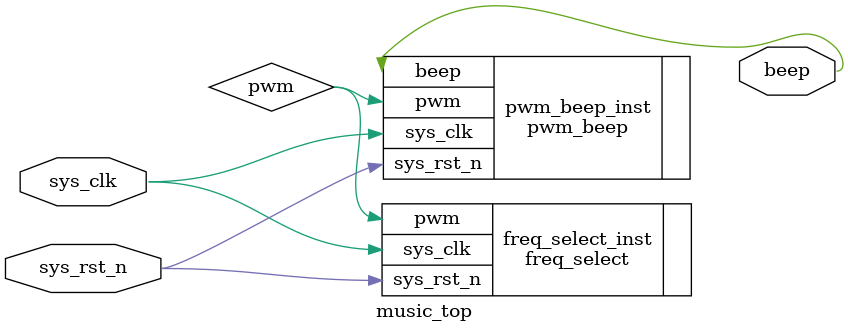
<source format=v>
module music_top(
    input   wire sys_clk    ,
    input   wire sys_rst_n  ,

    output  wire beep
);
wire pwm;

freq_select freq_select_inst(
.sys_clk        (sys_clk),
.sys_rst_n      (sys_rst_n),
    
.pwm            (pwm)
);

pwm_beep    pwm_beep_inst(
.sys_clk        (sys_clk),
.sys_rst_n      (sys_rst_n),
.pwm            (pwm),

.beep           (beep)
);
// defparam freq_select_inst.MAX = 100;//100 * 34 * 20 = 68000ns
// defparam freq_select_inst.DO = 80,
        //  freq_select_inst.RE = 60,
        //  freq_select_inst.MI = 50,
        //  freq_select_inst.FA = 40,
        //  freq_select_inst.SO = 30,
        //  freq_select_inst.LA = 20,
        //  freq_select_inst.XI = 10;

endmodule
</source>
